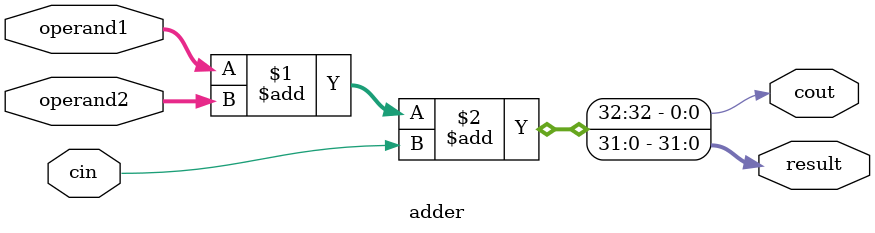
<source format=v>
`timescale 1ns / 1ps
module adder(
    input  [31:0] operand1,
    input  [31:0] operand2,
    input         cin,
    output [31:0] result,
    output        cout
    );
    assign {cout,result} = operand1 + operand2 + cin;

endmodule

</source>
